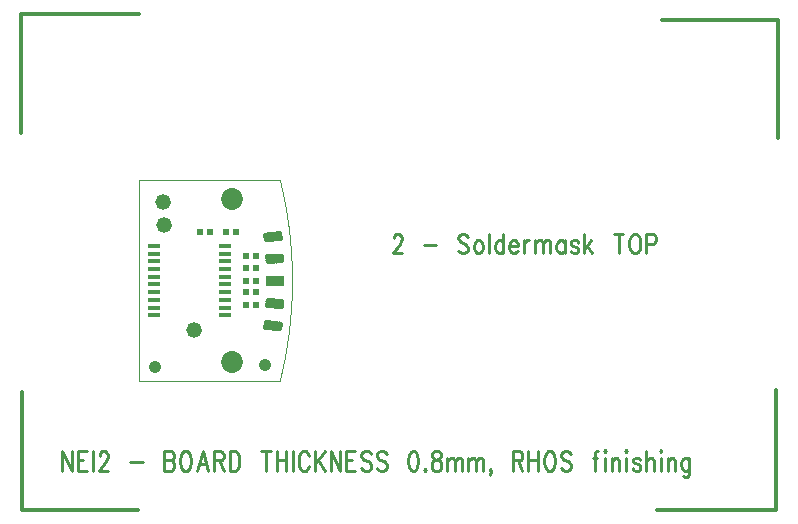
<source format=gbr>
*
*
G04 PADS 9.3 Build Number: 433611 generated Gerber (RS-274-X) file*
G04 PC Version=2.1*
*
%IN "NEI2_2.pcb"*%
*
%MOIN*%
*
%FSLAX35Y35*%
*
*
*
*
G04 PC Standard Apertures*
*
*
G04 Thermal Relief Aperture macro.*
%AMTER*
1,1,$1,0,0*
1,0,$1-$2,0,0*
21,0,$3,$4,0,0,45*
21,0,$3,$4,0,0,135*
%
*
*
G04 Annular Aperture macro.*
%AMANN*
1,1,$1,0,0*
1,0,$2,0,0*
%
*
*
G04 Odd Aperture macro.*
%AMODD*
1,1,$1,0,0*
1,0,$1-0.005,0,0*
%
*
*
G04 PC Custom Aperture Macros*
*
*
*
*
*
*
G04 PC Aperture Table*
*
%ADD010C,0.00394*%
%ADD016C,0.01*%
%ADD028C,0.001*%
%ADD037C,0.01181*%
%ADD053R,0.04137X0.01696*%
%ADD054R,0.062X0.032*%
%ADD055C,0.042*%
%ADD056C,0.07287*%
%ADD057R,0.02365X0.02365*%
%ADD058C,0.052*%
*
*
*
*
G04 PC Circuitry*
G04 Layer Name NEI2_2.pcb - circuitry*
%LPD*%
*
*
G04 PC Custom Flashes*
G04 Layer Name NEI2_2.pcb - flashes*
%LPD*%
*
*
G04 PC Circuitry*
G04 Layer Name NEI2_2.pcb - circuitry*
%LPD*%
*
G54D10*
G01X40157Y110433D02*
X87125D01*
X87111Y43450D02*
G75*
G03Y110487I-135443J33519D01*
G01X87125Y43504D02*
X40157D01*
Y110433*
G54D16*
X81989Y90418D02*
X87161Y90961D01*
X86931Y93149*
X81759Y92606*
X81989Y90418*
X81931Y90969D02*
X87160D01*
X81826Y91969D02*
X87055D01*
X85210Y92969D02*
X86950D01*
X82504Y90472D02*
Y92684D01*
X83504Y90577D02*
Y92789D01*
X84504Y90682D02*
Y92894D01*
X85504Y90787D02*
Y92999D01*
X86504Y90892D02*
Y93104D01*
X82503Y83152D02*
X87696Y83424D01*
X87581Y85621*
X82388Y85349*
X82503Y83152*
X82460Y83969D02*
X87667D01*
X82408Y84969D02*
X87615D01*
X82504Y83152D02*
Y85355D01*
X83504Y83204D02*
Y85407D01*
X84504Y83256D02*
Y85460D01*
X85504Y83309D02*
Y85512D01*
X86504Y83361D02*
Y85564D01*
X87504Y83414D02*
Y85617D01*
X82388Y68588D02*
X87581Y68316D01*
X87696Y70513*
X82503Y70785*
X82388Y68588*
X87581Y68316D02*
X87581D01*
X82426Y69316D02*
X87633D01*
X82479Y70316D02*
X87686D01*
X82504Y68582D02*
Y70785D01*
X83504Y68530D02*
Y70733D01*
X84504Y68477D02*
Y70681D01*
X85504Y68425D02*
Y70628D01*
X86504Y68373D02*
Y70576D01*
X87504Y68320D02*
Y70523D01*
X81759Y61331D02*
X86931Y60788D01*
X87161Y62976*
X81989Y63519*
X81759Y61331*
X86931Y60788D02*
X86931D01*
X81807Y61788D02*
X87036D01*
X81912Y62788D02*
X87141D01*
X82504Y61253D02*
Y63465D01*
X83504Y61148D02*
Y63360D01*
X84504Y61043D02*
Y63255D01*
X85504Y60938D02*
Y63150D01*
X86504Y60833D02*
Y63045D01*
X124834Y91024D02*
Y91336D01*
X125061Y91961*
X125288Y92274*
X125743Y92586*
X126652*
X127106Y92274*
X127334Y91961*
X127561Y91336*
Y90711*
X127334Y90086*
X126879Y89149*
X124606Y86024*
X127788*
X135061Y88836D02*
X139152D01*
X149606Y91649D02*
X149152Y92274D01*
X148470Y92586*
X147561*
X146879Y92274*
X146424Y91649*
Y91024*
X146652Y90399*
X146879Y90086*
X147334Y89774*
X148697Y89149*
X149152Y88836*
X149379Y88524*
X149606Y87899*
Y86961*
X149152Y86336*
X148470Y86024*
X147561*
X146879Y86336*
X146424Y86961*
X152788Y90399D02*
X152334Y90086D01*
X151879Y89461*
X151652Y88524*
Y87899*
X151879Y86961*
X152334Y86336*
X152788Y86024*
X153470*
X153924Y86336*
X154379Y86961*
X154606Y87899*
Y88524*
X154379Y89461*
X153924Y90086*
X153470Y90399*
X152788*
X156652Y92586D02*
Y86024D01*
X161424Y92586D02*
Y86024D01*
Y89461D02*
X160970Y90086D01*
X160515Y90399*
X159834*
X159379Y90086*
X158924Y89461*
X158697Y88524*
Y87899*
X158924Y86961*
X159379Y86336*
X159834Y86024*
X160515*
X160970Y86336*
X161424Y86961*
X163470Y88524D02*
X166197D01*
Y89149*
X165970Y89774*
X165743Y90086*
X165288Y90399*
X164606*
X164152Y90086*
X163697Y89461*
X163470Y88524*
Y87899*
X163697Y86961*
X164152Y86336*
X164606Y86024*
X165288*
X165743Y86336*
X166197Y86961*
X168243Y90399D02*
Y86024D01*
Y88524D02*
X168470Y89461D01*
X168924Y90086*
X169379Y90399*
X170061*
X172106D02*
Y86024D01*
Y89149D02*
X172788Y90086D01*
X173243Y90399*
X173924*
X174379Y90086*
X174606Y89149*
Y86024*
Y89149D02*
X175288Y90086D01*
X175743Y90399*
X176424*
X176879Y90086*
X177106Y89149*
Y86024*
X181879Y90399D02*
Y86024D01*
Y89461D02*
X181424Y90086D01*
X180970Y90399*
X180288*
X179834Y90086*
X179379Y89461*
X179152Y88524*
Y87899*
X179379Y86961*
X179834Y86336*
X180288Y86024*
X180970*
X181424Y86336*
X181879Y86961*
X186424Y89461D02*
X186197Y90086D01*
X185515Y90399*
X184834*
X184152Y90086*
X183924Y89461*
X184152Y88836*
X184606Y88524*
X185743Y88211*
X186197Y87899*
X186424Y87274*
Y86961*
X186197Y86336*
X185515Y86024*
X184834*
X184152Y86336*
X183924Y86961*
X188470Y92586D02*
Y86024D01*
X190743Y90399D02*
X188470Y87274D01*
X189379Y88524D02*
X190970Y86024D01*
X199834Y92586D02*
Y86024D01*
X198243Y92586D02*
X201424D01*
X204834D02*
X204379Y92274D01*
X203924Y91649*
X203697Y91024*
X203470Y90086*
Y88524*
X203697Y87586*
X203924Y86961*
X204379Y86336*
X204834Y86024*
X205743*
X206197Y86336*
X206652Y86961*
X206879Y87586*
X207106Y88524*
Y90086*
X206879Y91024*
X206652Y91649*
X206197Y92274*
X205743Y92586*
X204834*
X209152D02*
Y86024D01*
Y92586D02*
X211197D01*
X211879Y92274*
X212106Y91961*
X212334Y91336*
Y90399*
X212106Y89774*
X211879Y89461*
X211197Y89149*
X209152*
X14370Y20145D02*
Y13583D01*
Y20145D02*
X17552Y13583D01*
Y20145D02*
Y13583D01*
X19597Y20145D02*
Y13583D01*
Y20145D02*
X22552D01*
X19597Y17020D02*
X21416D01*
X19597Y13583D02*
X22552D01*
X24597Y20145D02*
Y13583D01*
X26870Y18583D02*
Y18895D01*
X27097Y19520*
X27325Y19833*
X27779Y20145*
X28688*
X29143Y19833*
X29370Y19520*
X29597Y18895*
Y18270*
X29370Y17645*
X28916Y16708*
X26643Y13583*
X29825*
X37097Y16395D02*
X41188D01*
X48461Y20145D02*
Y13583D01*
Y20145D02*
X50506D01*
X51188Y19833*
X51416Y19520*
X51643Y18895*
Y18270*
X51416Y17645*
X51188Y17333*
X50506Y17020*
X48461D02*
X50506D01*
X51188Y16708*
X51416Y16395*
X51643Y15770*
Y14833*
X51416Y14208*
X51188Y13895*
X50506Y13583*
X48461*
X55052Y20145D02*
X54597Y19833D01*
X54143Y19208*
X53916Y18583*
X53688Y17645*
Y16083*
X53916Y15145*
X54143Y14520*
X54597Y13895*
X55052Y13583*
X55961*
X56416Y13895*
X56870Y14520*
X57097Y15145*
X57325Y16083*
Y17645*
X57097Y18583*
X56870Y19208*
X56416Y19833*
X55961Y20145*
X55052*
X61188D02*
X59370Y13583D01*
X61188Y20145D02*
X63006Y13583D01*
X60052Y15770D02*
X62325D01*
X65052Y20145D02*
Y13583D01*
Y20145D02*
X67097D01*
X67779Y19833*
X68006Y19520*
X68234Y18895*
Y18270*
X68006Y17645*
X67779Y17333*
X67097Y17020*
X65052*
X66643D02*
X68234Y13583D01*
X70279Y20145D02*
Y13583D01*
Y20145D02*
X71870D01*
X72552Y19833*
X73006Y19208*
X73234Y18583*
X73461Y17645*
Y16083*
X73234Y15145*
X73006Y14520*
X72552Y13895*
X71870Y13583*
X70279*
X82325Y20145D02*
Y13583D01*
X80734Y20145D02*
X83916D01*
X85961D02*
Y13583D01*
X89143Y20145D02*
Y13583D01*
X85961Y17020D02*
X89143D01*
X91188Y20145D02*
Y13583D01*
X96643Y18583D02*
X96416Y19208D01*
X95961Y19833*
X95506Y20145*
X94597*
X94143Y19833*
X93688Y19208*
X93461Y18583*
X93234Y17645*
Y16083*
X93461Y15145*
X93688Y14520*
X94143Y13895*
X94597Y13583*
X95506*
X95961Y13895*
X96416Y14520*
X96643Y15145*
X98688Y20145D02*
Y13583D01*
X101870Y20145D02*
X98688Y15770D01*
X99825Y17333D02*
X101870Y13583D01*
X103916Y20145D02*
Y13583D01*
Y20145D02*
X107097Y13583D01*
Y20145D02*
Y13583D01*
X109143Y20145D02*
Y13583D01*
Y20145D02*
X112097D01*
X109143Y17020D02*
X110961D01*
X109143Y13583D02*
X112097D01*
X117325Y19208D02*
X116870Y19833D01*
X116188Y20145*
X115279*
X114597Y19833*
X114143Y19208*
Y18583*
X114370Y17958*
X114597Y17645*
X115052Y17333*
X116416Y16708*
X116870Y16395*
X117097Y16083*
X117325Y15458*
Y14520*
X116870Y13895*
X116188Y13583*
X115279*
X114597Y13895*
X114143Y14520*
X122552Y19208D02*
X122097Y19833D01*
X121416Y20145*
X120506*
X119825Y19833*
X119370Y19208*
Y18583*
X119597Y17958*
X119825Y17645*
X120279Y17333*
X121643Y16708*
X122097Y16395*
X122325Y16083*
X122552Y15458*
Y14520*
X122097Y13895*
X121416Y13583*
X120506*
X119825Y13895*
X119370Y14520*
X131188Y20145D02*
X130506Y19833D01*
X130052Y18895*
X129825Y17333*
Y16395*
X130052Y14833*
X130506Y13895*
X131188Y13583*
X131643*
X132325Y13895*
X132779Y14833*
X133006Y16395*
Y17333*
X132779Y18895*
X132325Y19833*
X131643Y20145*
X131188*
X135279Y14208D02*
X135052Y13895D01*
X135279Y13583*
X135506Y13895*
X135279Y14208*
X138688Y20145D02*
X138006Y19833D01*
X137779Y19208*
Y18583*
X138006Y17958*
X138461Y17645*
X139370Y17333*
X140052Y17020*
X140506Y16395*
X140734Y15770*
Y14833*
X140506Y14208*
X140279Y13895*
X139597Y13583*
X138688*
X138006Y13895*
X137779Y14208*
X137552Y14833*
Y15770*
X137779Y16395*
X138234Y17020*
X138916Y17333*
X139825Y17645*
X140279Y17958*
X140506Y18583*
Y19208*
X140279Y19833*
X139597Y20145*
X138688*
X142779Y17958D02*
Y13583D01*
Y16708D02*
X143461Y17645D01*
X143916Y17958*
X144597*
X145052Y17645*
X145279Y16708*
Y13583*
Y16708D02*
X145961Y17645D01*
X146416Y17958*
X147097*
X147552Y17645*
X147779Y16708*
Y13583*
X149825Y17958D02*
Y13583D01*
Y16708D02*
X150506Y17645D01*
X150961Y17958*
X151643*
X152097Y17645*
X152325Y16708*
Y13583*
Y16708D02*
X153006Y17645D01*
X153461Y17958*
X154143*
X154597Y17645*
X154825Y16708*
Y13583*
X157325Y13895D02*
X157097Y13583D01*
X156870Y13895*
X157097Y14208*
X157325Y13895*
Y13270*
X157097Y12645*
X156870Y12333*
X164597Y20145D02*
Y13583D01*
Y20145D02*
X166643D01*
X167325Y19833*
X167552Y19520*
X167779Y18895*
Y18270*
X167552Y17645*
X167325Y17333*
X166643Y17020*
X164597*
X166188D02*
X167779Y13583D01*
X169825Y20145D02*
Y13583D01*
X173006Y20145D02*
Y13583D01*
X169825Y17020D02*
X173006D01*
X176416Y20145D02*
X175961Y19833D01*
X175506Y19208*
X175279Y18583*
X175052Y17645*
Y16083*
X175279Y15145*
X175506Y14520*
X175961Y13895*
X176416Y13583*
X177325*
X177779Y13895*
X178234Y14520*
X178461Y15145*
X178688Y16083*
Y17645*
X178461Y18583*
X178234Y19208*
X177779Y19833*
X177325Y20145*
X176416*
X183916Y19208D02*
X183461Y19833D01*
X182779Y20145*
X181870*
X181188Y19833*
X180734Y19208*
Y18583*
X180961Y17958*
X181188Y17645*
X181643Y17333*
X183006Y16708*
X183461Y16395*
X183688Y16083*
X183916Y15458*
Y14520*
X183461Y13895*
X182779Y13583*
X181870*
X181188Y13895*
X180734Y14520*
X193006Y20145D02*
X192552D01*
X192097Y19833*
X191870Y18895*
Y13583*
X191188Y17958D02*
X192779D01*
X195052Y20145D02*
X195279Y19833D01*
X195506Y20145*
X195279Y20458*
X195052Y20145*
X195279Y17958D02*
Y13583D01*
X197552Y17958D02*
Y13583D01*
Y16708D02*
X198234Y17645D01*
X198688Y17958*
X199370*
X199825Y17645*
X200052Y16708*
Y13583*
X202097Y20145D02*
X202325Y19833D01*
X202552Y20145*
X202325Y20458*
X202097Y20145*
X202325Y17958D02*
Y13583D01*
X207097Y17020D02*
X206870Y17645D01*
X206188Y17958*
X205506*
X204825Y17645*
X204597Y17020*
X204825Y16395*
X205279Y16083*
X206416Y15770*
X206870Y15458*
X207097Y14833*
Y14520*
X206870Y13895*
X206188Y13583*
X205506*
X204825Y13895*
X204597Y14520*
X209143Y20145D02*
Y13583D01*
Y16708D02*
X209825Y17645D01*
X210279Y17958*
X210961*
X211416Y17645*
X211643Y16708*
Y13583*
X213688Y20145D02*
X213916Y19833D01*
X214143Y20145*
X213916Y20458*
X213688Y20145*
X213916Y17958D02*
Y13583D01*
X216188Y17958D02*
Y13583D01*
Y16708D02*
X216870Y17645D01*
X217325Y17958*
X218006*
X218461Y17645*
X218688Y16708*
Y13583*
X223461Y17958D02*
Y12958D01*
X223234Y12020*
X223006Y11708*
X222552Y11395*
X221870*
X221416Y11708*
X223461Y17020D02*
X223006Y17645D01*
X222552Y17958*
X221870*
X221416Y17645*
X220961Y17020*
X220734Y16083*
Y15458*
X220961Y14520*
X221416Y13895*
X221870Y13583*
X222552*
X223006Y13895*
X223461Y14520*
G54D28*
G54D37*
X591Y126181D02*
Y165551D01*
Y165945D02*
X39961D01*
X214370Y163976D02*
X252953D01*
Y124606*
X984Y39961D02*
Y591D01*
X39567*
X252165Y40354D02*
Y591D01*
X212795*
G54D53*
X44882Y88465D03*
Y85906D03*
Y83346D03*
Y80787D03*
Y78228D03*
Y75669D03*
Y73110D03*
Y70551D03*
Y67992D03*
Y65433D03*
X68504D03*
Y67992D03*
Y70551D03*
Y73110D03*
Y75669D03*
Y78228D03*
Y80787D03*
Y83346D03*
Y85906D03*
Y88465D03*
G54D54*
X85236Y76969D03*
G54D55*
X82087Y48819D03*
X45276Y48031D03*
G54D56*
X70894Y104046D03*
Y49891D03*
G54D57*
X72441Y93307D03*
X68898D03*
X60236D03*
X63780D03*
X75591Y81299D03*
X79134D03*
X75591Y73228D03*
X79134D03*
X75591Y85236D03*
X79134D03*
X75591Y76969D03*
X79134D03*
X75591Y68898D03*
X79134D03*
G54D58*
X48063Y103243D03*
X48188Y95427D03*
X58268Y60433D03*
G74*
X0Y0D02*
M02*

</source>
